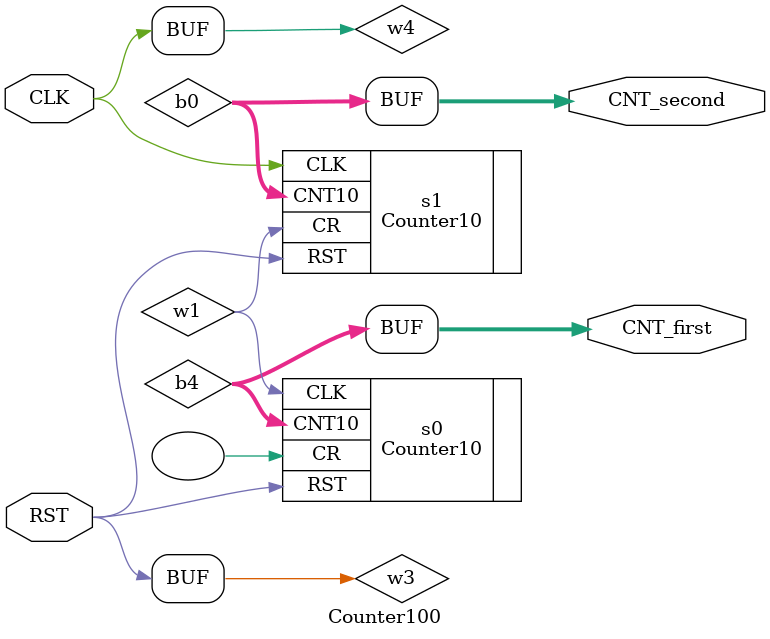
<source format=v>
module Counter100(CNT_second,CNT_first,CLK,RST);

output [3:0] CNT_second;
output [3:0] CNT_first;
input CLK;
input RST;

wire  w1;
wire  w3;
wire  w4;
wire [3:0] b4;
wire [3:0] b0;

assign CNT_second = b0;
assign CNT_first = b4;
assign w4 = CLK;
assign w3 = RST;

Counter10
     s0 (
      .CLK(w1),
      .RST(w3),
      .CNT10(b4),
      .CR());

Counter10
     s1 (
      .CR(w1),
      .RST(w3),
      .CLK(w4),
      .CNT10(b0));

endmodule


</source>
